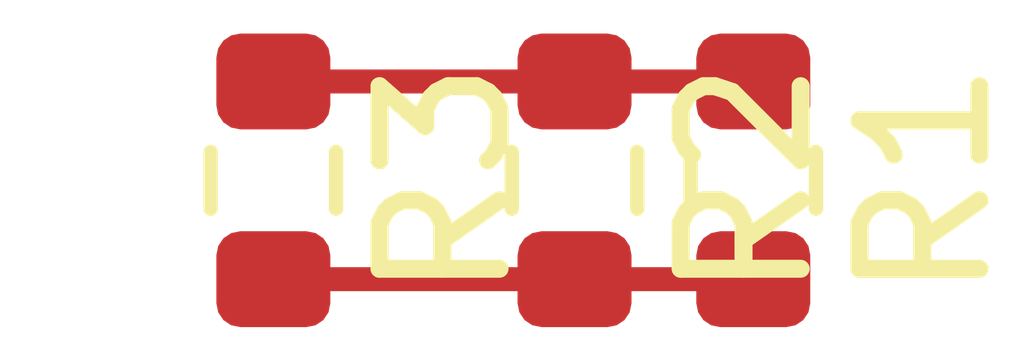
<source format=kicad_pcb>
(kicad_pcb (version 20240108) (generator "pcbnew") (generator_version "8.0")
  (layers (0 "F.Cu" signal) (31 "B.Cu" signal) (34 "B.Paste" user) (35 "F.Paste" user) (36 "B.SilkS" user "B.Silkscreen") (37 "F.SilkS" user "F.Silkscreen") (38 "B.Mask" user) (39 "F.Mask" user) (44 "Edge.Cuts" user))
  (net 0 "")
  (net 1 "GND")
  (net 2 "Net-(R1-Pad1)")
  (footprint "Resistor_SMD:R_0603_1608Metric" (layer "F.Cu") (at 133 102.2 -90)
    (property "Reference" "R1" (at 0 -1.43 90) (layer "F.SilkS"))
    (property "Value" "R")
    (fp_line (start -0.237258 0.5225) (end 0.237258 0.5225) (stroke (width 0.12)) (layer "F.SilkS"))
    (fp_line (start -0.237258 -0.5225) (end 0.237258 -0.5225) (stroke (width 0.12)) (layer "F.SilkS"))
    (pad "1" smd roundrect (at -0.825 0 270) (size 0.8 0.95) (layers "F.Cu" "F.Paste" "F.Mask") (net 2 "Net-(R1-Pad1)"))
    (pad "2" smd roundrect (at 0.825 0 270) (size 0.8 0.95) (layers "F.Cu" "F.Paste" "F.Mask") (net 1 "GND"))
  )
  (footprint "Resistor_SMD:R_0603_1608Metric" (layer "F.Cu") (at 129 102.2 -90)
    (property "Reference" "R3" (at 0 -1.43 90) (layer "F.SilkS"))
    (property "Value" "R")
    (fp_line (start -0.237258 0.5225) (end 0.237258 0.5225) (stroke (width 0.12)) (layer "F.SilkS"))
    (fp_line (start -0.237258 -0.5225) (end 0.237258 -0.5225) (stroke (width 0.12)) (layer "F.SilkS"))
    (pad "1" smd roundrect (at -0.825 0 270) (size 0.8 0.95) (layers "F.Cu" "F.Paste" "F.Mask") (net 2 "Net-(R1-Pad1)"))
    (pad "2" smd roundrect (at 0.825 0 270) (size 0.8 0.95) (layers "F.Cu" "F.Paste" "F.Mask") (net 1 "GND"))
  )
  (footprint "Resistor_SMD:R_0603_1608Metric" (layer "F.Cu") (at 131.51 102.2 -90)
    (property "Reference" "R2" (at 0 -1.43 90) (layer "F.SilkS"))
    (property "Value" "R")
    (fp_line (start -0.237258 0.5225) (end 0.237258 0.5225) (stroke (width 0.12)) (layer "F.SilkS"))
    (fp_line (start -0.237258 -0.5225) (end 0.237258 -0.5225) (stroke (width 0.12)) (layer "F.SilkS"))
    (pad "1" smd roundrect (at -0.825 0 270) (size 0.8 0.95) (layers "F.Cu" "F.Paste" "F.Mask") (net 2 "Net-(R1-Pad1)"))
    (pad "2" smd roundrect (at 0.825 0 270) (size 0.8 0.95) (layers "F.Cu" "F.Paste" "F.Mask") (net 1 "GND"))
  )
  (segment (start 129 103.025) (end 131.51 103.025) (width 0.2) (layer "F.Cu") (net 1))
  (segment (start 133 103.025) (end 131.51 103.025) (width 0.2) (layer "F.Cu") (net 1))
  (segment (start 131.51 101.375) (end 133 101.375) (width 0.2) (layer "F.Cu") (net 2))
  (segment (start 129 101.375) (end 131.51 101.375) (width 0.2) (layer "F.Cu") (net 2))
)
</source>
